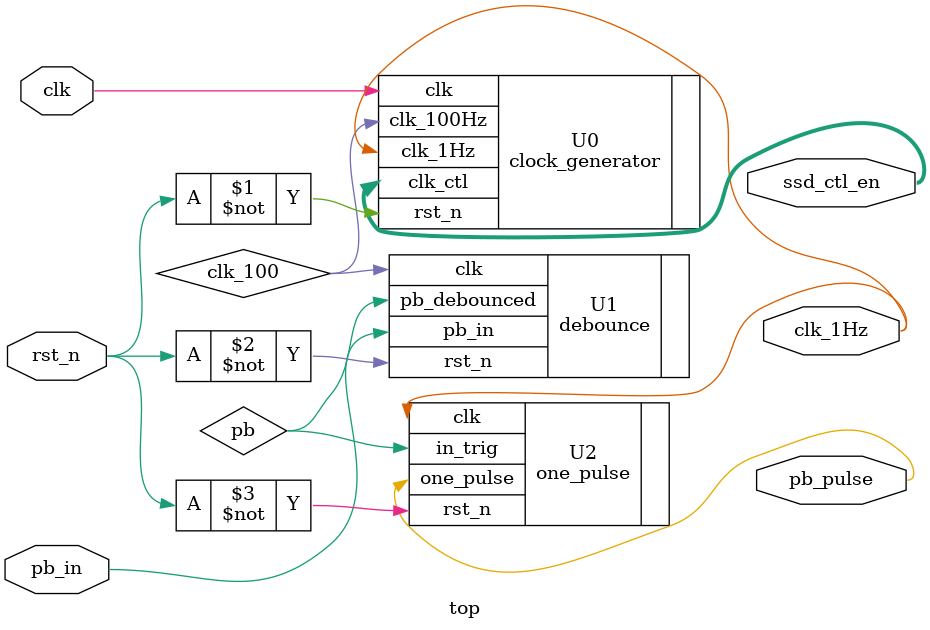
<source format=v>
`timescale 1ns / 1ps


module top(
    input clk,
    input pb_in,
    input rst_n,
    output [1:0]ssd_ctl_en,
    output clk_1Hz,
    output pb_pulse
    );
    wire clk_100;
    wire pb;  

clock_generator U0(
    .clk(clk),
    .rst_n(~rst_n),
    .clk_ctl(ssd_ctl_en),
    .clk_1Hz(clk_1Hz),
    .clk_100Hz(clk_100)
);

debounce U1(
    .pb_in(pb_in),
    .clk(clk_100),
    .rst_n(~rst_n),
    .pb_debounced(pb)
);

one_pulse U2(
    .in_trig(pb),
    .clk(clk_1Hz),
    .rst_n(~rst_n),
    .one_pulse(pb_pulse)
);

endmodule

</source>
